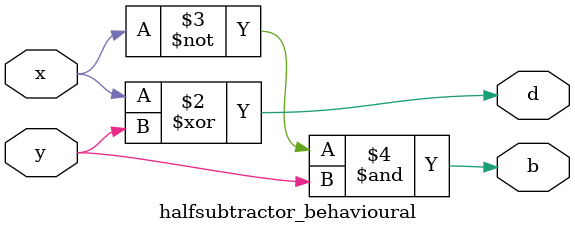
<source format=v>
module halfsubtractor_behavioural(x, y, b, d);
input x, y;
output reg b, d;
always @(*)
begin
d = x ^ y;
b = ~x & y;
end
endmodule
</source>
